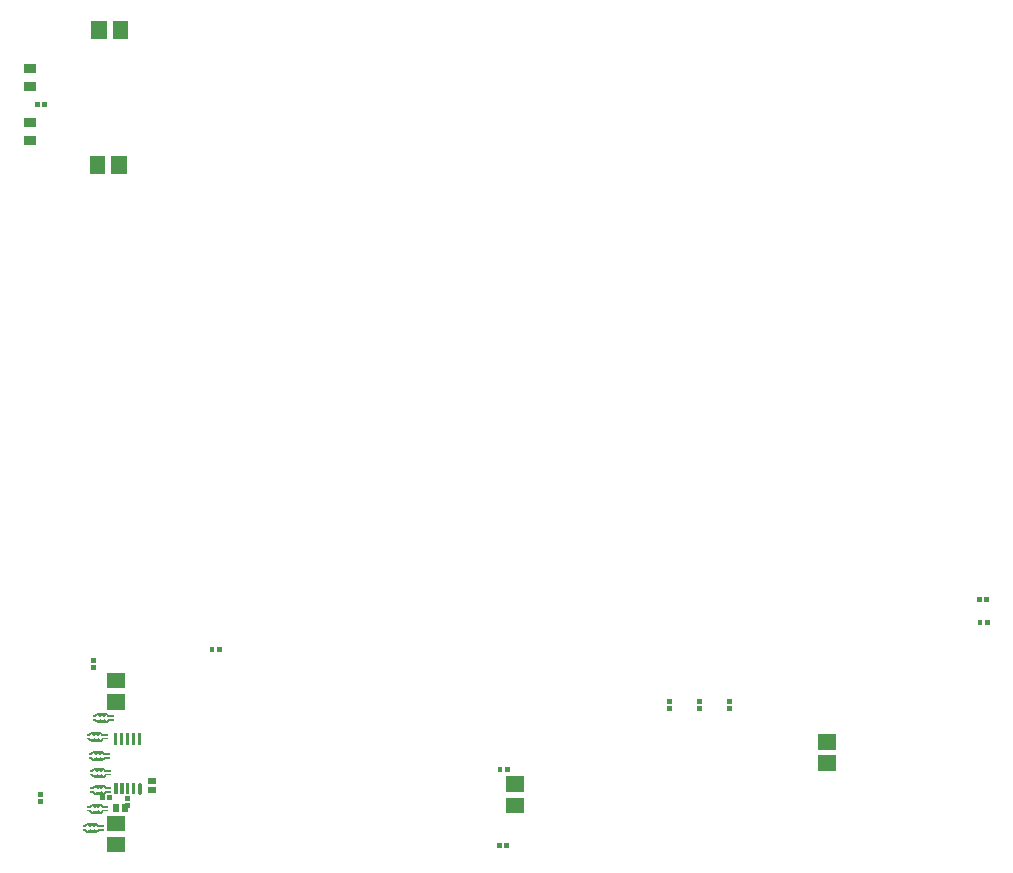
<source format=gbr>
G04 start of page 15 for group -4014 idx -4014 *
G04 Title: (unknown), bottompaste *
G04 Creator: pcb 4.2.0 *
G04 CreationDate: Wed Jul 29 20:48:29 2020 UTC *
G04 For: commonadmin *
G04 Format: Gerber/RS-274X *
G04 PCB-Dimensions (mil): 4000.00 3500.00 *
G04 PCB-Coordinate-Origin: lower left *
%MOIN*%
%FSLAX25Y25*%
%LNBOTTOMPASTE*%
%ADD184C,0.0120*%
%ADD183C,0.0060*%
%ADD182C,0.0001*%
G54D182*G36*
X60048Y72485D02*Y67367D01*
X65952D01*
Y72485D01*
X60048D01*
G37*
G36*
Y79571D02*Y74453D01*
X65952D01*
Y79571D01*
X60048D01*
G37*
G36*
X66213Y38555D02*Y36981D01*
X67787D01*
Y38555D01*
X66213D01*
G37*
G36*
Y36193D02*Y34619D01*
X67787D01*
Y36193D01*
X66213D01*
G37*
G36*
X190213Y22787D02*Y21213D01*
X191787D01*
Y22787D01*
X190213D01*
G37*
G36*
X192575D02*Y21213D01*
X194149D01*
Y22787D01*
X192575D01*
G37*
G36*
X193048Y37973D02*Y32855D01*
X198952D01*
Y37973D01*
X193048D01*
G37*
G36*
Y45059D02*Y39941D01*
X198952D01*
Y45059D01*
X193048D01*
G37*
G36*
X192713Y48287D02*Y46713D01*
X194287D01*
Y48287D01*
X192713D01*
G37*
G36*
X190351D02*Y46713D01*
X191925D01*
Y48287D01*
X190351D01*
G37*
G36*
X297048Y52059D02*Y46941D01*
X302952D01*
Y52059D01*
X297048D01*
G37*
G36*
Y59145D02*Y54027D01*
X302952D01*
Y59145D01*
X297048D01*
G37*
G36*
X60048Y32028D02*Y26910D01*
X65952D01*
Y32028D01*
X60048D01*
G37*
G36*
Y24942D02*Y19824D01*
X65952D01*
Y24942D01*
X60048D01*
G37*
G36*
X59559Y251921D02*X54441D01*
Y246017D01*
X59559D01*
Y251921D01*
G37*
G36*
X66645D02*X61527D01*
Y246017D01*
X66645D01*
Y251921D01*
G37*
G36*
X60059Y296921D02*X54941D01*
Y291017D01*
X60059D01*
Y296921D01*
G37*
G36*
X67145D02*X62027D01*
Y291017D01*
X67145D01*
Y296921D01*
G37*
G36*
X246713Y68425D02*Y66851D01*
X248287D01*
Y68425D01*
X246713D01*
G37*
G36*
Y70787D02*Y69213D01*
X248287D01*
Y70787D01*
X246713D01*
G37*
G36*
X266713Y68425D02*Y66851D01*
X268287D01*
Y68425D01*
X266713D01*
G37*
G36*
Y70787D02*Y69213D01*
X268287D01*
Y70787D01*
X266713D01*
G37*
G36*
X256713Y68425D02*Y66851D01*
X258287D01*
Y68425D01*
X256713D01*
G37*
G36*
Y70787D02*Y69213D01*
X258287D01*
Y70787D01*
X256713D01*
G37*
G36*
X352575Y104787D02*Y103213D01*
X354149D01*
Y104787D01*
X352575D01*
G37*
G36*
X350213D02*Y103213D01*
X351787D01*
Y104787D01*
X350213D01*
G37*
G36*
X352713Y97287D02*Y95713D01*
X354287D01*
Y97287D01*
X352713D01*
G37*
G36*
X350351D02*Y95713D01*
X351925D01*
Y97287D01*
X350351D01*
G37*
G36*
X54713Y84468D02*Y82894D01*
X56287D01*
Y84468D01*
X54713D01*
G37*
G36*
Y82106D02*Y80532D01*
X56287D01*
Y82106D01*
X54713D01*
G37*
G36*
X38575Y269787D02*Y268213D01*
X40149D01*
Y269787D01*
X38575D01*
G37*
G36*
X36213D02*Y268213D01*
X37787D01*
Y269787D01*
X36213D01*
G37*
G36*
X37213Y39787D02*Y38213D01*
X38787D01*
Y39787D01*
X37213D01*
G37*
G36*
Y37425D02*Y35851D01*
X38787D01*
Y37425D01*
X37213D01*
G37*
G36*
X73623Y41484D02*Y39516D01*
X76377D01*
Y41484D01*
X73623D01*
G37*
G36*
Y44632D02*Y42664D01*
X76377D01*
Y44632D01*
X73623D01*
G37*
G36*
X60213Y38787D02*Y37213D01*
X61787D01*
Y38787D01*
X60213D01*
G37*
G36*
X57851D02*Y37213D01*
X59425D01*
Y38787D01*
X57851D01*
G37*
G36*
X67132Y35846D02*X65164D01*
Y33092D01*
X67132D01*
Y35846D01*
G37*
G36*
X63984D02*X62016D01*
Y33092D01*
X63984D01*
Y35846D01*
G37*
G54D183*X56950Y63300D02*X59950D01*
X56250Y64000D02*X56950Y63300D01*
X59950D02*X60650Y64000D01*
G54D182*G36*
X60350Y64300D02*Y63700D01*
X62450D01*
Y64300D01*
X60350D01*
G37*
G36*
X55450D02*Y63700D01*
X56550D01*
Y64300D01*
X55450D01*
G37*
G54D183*X59050Y63900D02*X59650Y63300D01*
X58450D02*X59050Y63900D01*
X57250Y63300D02*X57850Y63900D01*
X58450Y63300D01*
X56850Y65900D02*X59950D01*
X56250Y65300D02*X56850Y65900D01*
X59950D02*X60550Y65300D01*
G54D182*G36*
X60250Y65600D02*Y65000D01*
X62450D01*
Y65600D01*
X60250D01*
G37*
G36*
X55450D02*Y65000D01*
X56550D01*
Y65600D01*
X55450D01*
G37*
G54D183*X59050Y65200D02*X59750Y65900D01*
X59950D01*
X58350D02*X59050Y65200D01*
X57850D02*X58550Y65900D01*
X57150D02*X57850Y65200D01*
X54950Y57000D02*X57950D01*
X54250Y57700D02*X54950Y57000D01*
X57950D02*X58650Y57700D01*
G54D182*G36*
X58350Y58000D02*Y57400D01*
X60450D01*
Y58000D01*
X58350D01*
G37*
G36*
X53450D02*Y57400D01*
X54550D01*
Y58000D01*
X53450D01*
G37*
G54D183*X57050Y57600D02*X57650Y57000D01*
X56450D02*X57050Y57600D01*
X55250Y57000D02*X55850Y57600D01*
X56450Y57000D01*
X54850Y59600D02*X57950D01*
X54250Y59000D02*X54850Y59600D01*
X57950D02*X58550Y59000D01*
G54D182*G36*
X58250Y59300D02*Y58700D01*
X60450D01*
Y59300D01*
X58250D01*
G37*
G36*
X53450D02*Y58700D01*
X54550D01*
Y59300D01*
X53450D01*
G37*
G54D183*X57050Y58900D02*X57750Y59600D01*
X57950D01*
X56350D02*X57050Y58900D01*
X55850D02*X56550Y59600D01*
X55150D02*X55850Y58900D01*
X55600Y50500D02*X58600D01*
X54900Y51200D02*X55600Y50500D01*
X58600D02*X59300Y51200D01*
G54D182*G36*
X59000Y51500D02*Y50900D01*
X61100D01*
Y51500D01*
X59000D01*
G37*
G36*
X54100D02*Y50900D01*
X55200D01*
Y51500D01*
X54100D01*
G37*
G54D183*X57700Y51100D02*X58300Y50500D01*
X57100D02*X57700Y51100D01*
X55900Y50500D02*X56500Y51100D01*
X57100Y50500D01*
X55500Y53100D02*X58600D01*
X54900Y52500D02*X55500Y53100D01*
X58600D02*X59200Y52500D01*
G54D182*G36*
X58900Y52800D02*Y52200D01*
X61100D01*
Y52800D01*
X58900D01*
G37*
G36*
X54100D02*Y52200D01*
X55200D01*
Y52800D01*
X54100D01*
G37*
G54D183*X57700Y52400D02*X58400Y53100D01*
X58600D01*
X57000D02*X57700Y52400D01*
X56500D02*X57200Y53100D01*
X55800D02*X56500Y52400D01*
X55950Y45000D02*X58950D01*
X55250Y45700D02*X55950Y45000D01*
X58950D02*X59650Y45700D01*
G54D182*G36*
X59350Y46000D02*Y45400D01*
X61450D01*
Y46000D01*
X59350D01*
G37*
G36*
X54450D02*Y45400D01*
X55550D01*
Y46000D01*
X54450D01*
G37*
G54D183*X58050Y45600D02*X58650Y45000D01*
X57450D02*X58050Y45600D01*
X56250Y45000D02*X56850Y45600D01*
X57450Y45000D01*
X55850Y47600D02*X58950D01*
X55250Y47000D02*X55850Y47600D01*
X58950D02*X59550Y47000D01*
G54D182*G36*
X59250Y47300D02*Y46700D01*
X61450D01*
Y47300D01*
X59250D01*
G37*
G36*
X54450D02*Y46700D01*
X55550D01*
Y47300D01*
X54450D01*
G37*
G54D183*X58050Y46900D02*X58750Y47600D01*
X58950D01*
X57350D02*X58050Y46900D01*
X56850D02*X57550Y47600D01*
X56150D02*X56850Y46900D01*
X55100Y33000D02*X58100D01*
X54400Y33700D02*X55100Y33000D01*
X58100D02*X58800Y33700D01*
G54D182*G36*
X58500Y34000D02*Y33400D01*
X60600D01*
Y34000D01*
X58500D01*
G37*
G36*
X53600D02*Y33400D01*
X54700D01*
Y34000D01*
X53600D01*
G37*
G54D183*X57200Y33600D02*X57800Y33000D01*
X56600D02*X57200Y33600D01*
X55400Y33000D02*X56000Y33600D01*
X56600Y33000D01*
X55000Y35600D02*X58100D01*
X54400Y35000D02*X55000Y35600D01*
X58100D02*X58700Y35000D01*
G54D182*G36*
X58400Y35300D02*Y34700D01*
X60600D01*
Y35300D01*
X58400D01*
G37*
G36*
X53600D02*Y34700D01*
X54700D01*
Y35300D01*
X53600D01*
G37*
G54D183*X57200Y34900D02*X57900Y35600D01*
X58100D01*
X56500D02*X57200Y34900D01*
X56000D02*X56700Y35600D01*
X55300D02*X56000Y34900D01*
G54D184*X71000Y42300D02*Y39700D01*
G54D182*G36*
X69600Y42900D02*X68400D01*
Y39100D01*
X69600D01*
Y42900D01*
G37*
G36*
X67600D02*X66400D01*
Y39100D01*
X67600D01*
Y42900D01*
G37*
G36*
X65700D02*X64500D01*
Y39100D01*
X65700D01*
Y42900D01*
G37*
G36*
X63700D02*X62500D01*
Y39100D01*
X63700D01*
Y42900D01*
G37*
G36*
X63600Y59400D02*X62400D01*
Y55600D01*
X63600D01*
Y59400D01*
G37*
G36*
X65600D02*X64400D01*
Y55600D01*
X65600D01*
Y59400D01*
G37*
G36*
X67600D02*X66400D01*
Y55600D01*
X67600D01*
Y59400D01*
G37*
G36*
X69500D02*X68300D01*
Y55600D01*
X69500D01*
Y59400D01*
G37*
G36*
X71500D02*X70300D01*
Y55600D01*
X71500D01*
Y59400D01*
G37*
G54D183*X56050Y39300D02*X59050D01*
X55350Y40000D02*X56050Y39300D01*
X59050D02*X59750Y40000D01*
G54D182*G36*
X59450Y40300D02*Y39700D01*
X61550D01*
Y40300D01*
X59450D01*
G37*
G36*
X54550D02*Y39700D01*
X55650D01*
Y40300D01*
X54550D01*
G37*
G54D183*X58150Y39900D02*X58750Y39300D01*
X57550D02*X58150Y39900D01*
X56350Y39300D02*X56950Y39900D01*
X57550Y39300D01*
X55950Y41900D02*X59050D01*
X55350Y41300D02*X55950Y41900D01*
X59050D02*X59650Y41300D01*
G54D182*G36*
X59350Y41600D02*Y41000D01*
X61550D01*
Y41600D01*
X59350D01*
G37*
G36*
X54550D02*Y41000D01*
X55650D01*
Y41600D01*
X54550D01*
G37*
G54D183*X58150Y41200D02*X58850Y41900D01*
X59050D01*
X57450D02*X58150Y41200D01*
X56950D02*X57650Y41900D01*
X56250D02*X56950Y41200D01*
X53600Y26600D02*X56600D01*
X52900Y27300D02*X53600Y26600D01*
X56600D02*X57300Y27300D01*
G54D182*G36*
X57000Y27600D02*Y27000D01*
X59100D01*
Y27600D01*
X57000D01*
G37*
G36*
X52100D02*Y27000D01*
X53200D01*
Y27600D01*
X52100D01*
G37*
G54D183*X55700Y27200D02*X56300Y26600D01*
X55100D02*X55700Y27200D01*
X53900Y26600D02*X54500Y27200D01*
X55100Y26600D01*
X53500Y29200D02*X56600D01*
X52900Y28600D02*X53500Y29200D01*
X56600D02*X57200Y28600D01*
G54D182*G36*
X56900Y28900D02*Y28300D01*
X59100D01*
Y28900D01*
X56900D01*
G37*
G36*
X52100D02*Y28300D01*
X53200D01*
Y28900D01*
X52100D01*
G37*
G54D183*X55700Y28500D02*X56400Y29200D01*
X56600D01*
X55000D02*X55700Y28500D01*
X54500D02*X55200Y29200D01*
X53800D02*X54500Y28500D01*
G54D182*G36*
X96713Y88287D02*Y86713D01*
X98287D01*
Y88287D01*
X96713D01*
G37*
G36*
X94351D02*Y86713D01*
X95925D01*
Y88287D01*
X94351D01*
G37*
G36*
X32500Y264500D02*Y261500D01*
X36500D01*
Y264500D01*
X32500D01*
G37*
G36*
Y258500D02*Y255500D01*
X36500D01*
Y258500D01*
X32500D01*
G37*
G36*
Y276500D02*Y273500D01*
X36500D01*
Y276500D01*
X32500D01*
G37*
G36*
Y282500D02*Y279500D01*
X36500D01*
Y282500D01*
X32500D01*
G37*
M02*

</source>
